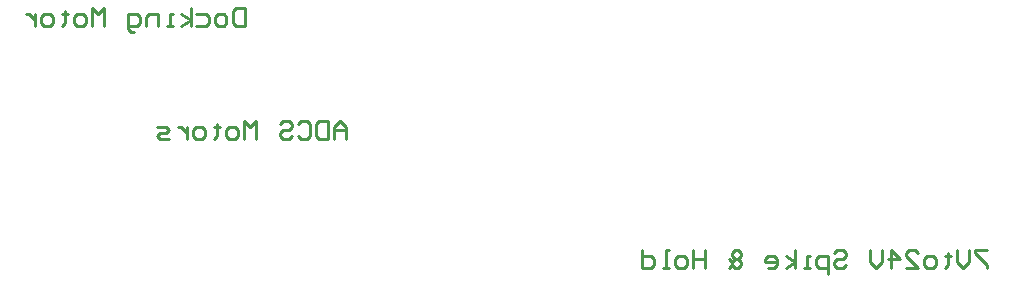
<source format=gbo>
G04 Layer_Color=32896*
%FSLAX42Y42*%
%MOMM*%
G71*
G01*
G75*
%ADD15C,0.25*%
D15*
X2045Y7948D02*
Y7795D01*
X1969D01*
X1943Y7821D01*
Y7922D01*
X1969Y7948D01*
X2045D01*
X1867Y7795D02*
X1816D01*
X1791Y7821D01*
Y7871D01*
X1816Y7897D01*
X1867D01*
X1892Y7871D01*
Y7821D01*
X1867Y7795D01*
X1638Y7897D02*
X1715D01*
X1740Y7871D01*
Y7821D01*
X1715Y7795D01*
X1638D01*
X1588D02*
Y7948D01*
Y7846D02*
X1511Y7897D01*
X1588Y7846D02*
X1511Y7795D01*
X1435D02*
X1385D01*
X1410D01*
Y7897D01*
X1435D01*
X1308Y7795D02*
Y7897D01*
X1232D01*
X1207Y7871D01*
Y7795D01*
X1105Y7744D02*
X1080D01*
X1054Y7770D01*
Y7897D01*
X1131D01*
X1156Y7871D01*
Y7821D01*
X1131Y7795D01*
X1054D01*
X851D02*
Y7948D01*
X801Y7897D01*
X750Y7948D01*
Y7795D01*
X674D02*
X623D01*
X597Y7821D01*
Y7871D01*
X623Y7897D01*
X674D01*
X699Y7871D01*
Y7821D01*
X674Y7795D01*
X521Y7922D02*
Y7897D01*
X547D01*
X496D01*
X521D01*
Y7821D01*
X496Y7795D01*
X394D02*
X343D01*
X318Y7821D01*
Y7871D01*
X343Y7897D01*
X394D01*
X420Y7871D01*
Y7821D01*
X394Y7795D01*
X267Y7897D02*
Y7795D01*
Y7846D01*
X242Y7871D01*
X216Y7897D01*
X191D01*
X8331Y5898D02*
X8230D01*
Y5872D01*
X8331Y5771D01*
Y5745D01*
X8179Y5898D02*
Y5796D01*
X8128Y5745D01*
X8077Y5796D01*
Y5898D01*
X8001Y5872D02*
Y5847D01*
X8026D01*
X7976D01*
X8001D01*
Y5771D01*
X7976Y5745D01*
X7874D02*
X7823D01*
X7798Y5771D01*
Y5822D01*
X7823Y5847D01*
X7874D01*
X7900Y5822D01*
Y5771D01*
X7874Y5745D01*
X7646D02*
X7747D01*
X7646Y5847D01*
Y5872D01*
X7671Y5898D01*
X7722D01*
X7747Y5872D01*
X7519Y5745D02*
Y5898D01*
X7595Y5822D01*
X7493D01*
X7442Y5898D02*
Y5796D01*
X7392Y5745D01*
X7341Y5796D01*
Y5898D01*
X7036Y5872D02*
X7062Y5898D01*
X7112D01*
X7138Y5872D01*
Y5847D01*
X7112Y5822D01*
X7062D01*
X7036Y5796D01*
Y5771D01*
X7062Y5745D01*
X7112D01*
X7138Y5771D01*
X6985Y5695D02*
Y5847D01*
X6909D01*
X6884Y5822D01*
Y5771D01*
X6909Y5745D01*
X6985D01*
X6833D02*
X6782D01*
X6808D01*
Y5847D01*
X6833D01*
X6706Y5745D02*
Y5898D01*
Y5796D02*
X6630Y5847D01*
X6706Y5796D02*
X6630Y5745D01*
X6478D02*
X6528D01*
X6554Y5771D01*
Y5822D01*
X6528Y5847D01*
X6478D01*
X6452Y5822D01*
Y5796D01*
X6554D01*
X6147Y5745D02*
X6173Y5771D01*
X6198Y5745D01*
X6224D01*
X6249Y5771D01*
Y5796D01*
X6224Y5822D01*
X6249Y5847D01*
Y5872D01*
X6224Y5898D01*
X6198D01*
X6173Y5872D01*
Y5847D01*
X6198Y5822D01*
X6173Y5796D01*
Y5771D01*
X6147Y5822D02*
X6173Y5796D01*
X6224Y5822D02*
X6198D01*
X5944Y5898D02*
Y5745D01*
Y5822D01*
X5843D01*
Y5898D01*
Y5745D01*
X5767D02*
X5716D01*
X5690Y5771D01*
Y5822D01*
X5716Y5847D01*
X5767D01*
X5792Y5822D01*
Y5771D01*
X5767Y5745D01*
X5640D02*
X5589D01*
X5614D01*
Y5898D01*
X5640D01*
X5411D02*
Y5745D01*
X5487D01*
X5513Y5771D01*
Y5822D01*
X5487Y5847D01*
X5411D01*
X2906Y6838D02*
Y6939D01*
X2855Y6990D01*
X2804Y6939D01*
Y6838D01*
Y6914D01*
X2906D01*
X2753Y6990D02*
Y6838D01*
X2677D01*
X2652Y6863D01*
Y6965D01*
X2677Y6990D01*
X2753D01*
X2499Y6965D02*
X2525Y6990D01*
X2576D01*
X2601Y6965D01*
Y6863D01*
X2576Y6838D01*
X2525D01*
X2499Y6863D01*
X2347Y6965D02*
X2373Y6990D01*
X2423D01*
X2449Y6965D01*
Y6939D01*
X2423Y6914D01*
X2373D01*
X2347Y6888D01*
Y6863D01*
X2373Y6838D01*
X2423D01*
X2449Y6863D01*
X2144Y6838D02*
Y6990D01*
X2093Y6939D01*
X2042Y6990D01*
Y6838D01*
X1966D02*
X1915D01*
X1890Y6863D01*
Y6914D01*
X1915Y6939D01*
X1966D01*
X1992Y6914D01*
Y6863D01*
X1966Y6838D01*
X1814Y6965D02*
Y6939D01*
X1839D01*
X1789D01*
X1814D01*
Y6863D01*
X1789Y6838D01*
X1687D02*
X1636D01*
X1611Y6863D01*
Y6914D01*
X1636Y6939D01*
X1687D01*
X1712Y6914D01*
Y6863D01*
X1687Y6838D01*
X1560Y6939D02*
Y6838D01*
Y6888D01*
X1535Y6914D01*
X1509Y6939D01*
X1484D01*
X1408Y6838D02*
X1331D01*
X1306Y6863D01*
X1331Y6888D01*
X1382D01*
X1408Y6914D01*
X1382Y6939D01*
X1306D01*
M02*

</source>
